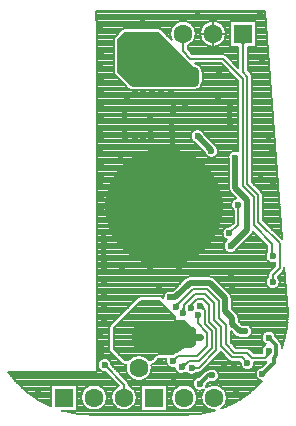
<source format=gbl>
G04*
G04 #@! TF.GenerationSoftware,Altium Limited,Altium Designer,18.1.7 (191)*
G04*
G04 Layer_Physical_Order=2*
G04 Layer_Color=16711680*
%FSLAX24Y24*%
%MOIN*%
G70*
G01*
G75*
%ADD12C,0.0079*%
%ADD48C,0.0118*%
%ADD49C,0.0197*%
%ADD62C,0.0630*%
%ADD63R,0.0630X0.0630*%
%ADD64C,0.0236*%
%ADD65C,0.3937*%
G04:AMPARAMS|DCode=66|XSize=66.9mil|YSize=236.2mil|CornerRadius=16.7mil|HoleSize=0mil|Usage=FLASHONLY|Rotation=90.000|XOffset=0mil|YOffset=0mil|HoleType=Round|Shape=RoundedRectangle|*
%AMROUNDEDRECTD66*
21,1,0.0669,0.2028,0,0,90.0*
21,1,0.0335,0.2362,0,0,90.0*
1,1,0.0335,0.1014,0.0167*
1,1,0.0335,0.1014,-0.0167*
1,1,0.0335,-0.1014,-0.0167*
1,1,0.0335,-0.1014,0.0167*
%
%ADD66ROUNDEDRECTD66*%
G04:AMPARAMS|DCode=67|XSize=70.9mil|YSize=216.5mil|CornerRadius=17.7mil|HoleSize=0mil|Usage=FLASHONLY|Rotation=90.000|XOffset=0mil|YOffset=0mil|HoleType=Round|Shape=RoundedRectangle|*
%AMROUNDEDRECTD67*
21,1,0.0709,0.1811,0,0,90.0*
21,1,0.0354,0.2165,0,0,90.0*
1,1,0.0354,0.0906,0.0177*
1,1,0.0354,0.0906,-0.0177*
1,1,0.0354,-0.0906,-0.0177*
1,1,0.0354,-0.0906,0.0177*
%
%ADD67ROUNDEDRECTD67*%
%ADD68C,0.0236*%
G36*
X73083Y27156D02*
X73076Y27154D01*
X73070Y27150D01*
X73065Y27144D01*
X73061Y27137D01*
X73057Y27128D01*
X73055Y27118D01*
X73053Y27106D01*
X73052Y27093D01*
X73051Y27078D01*
X72972D01*
X72972Y27093D01*
X72971Y27106D01*
X72969Y27118D01*
X72966Y27128D01*
X72963Y27137D01*
X72958Y27144D01*
X72953Y27150D01*
X72947Y27154D01*
X72941Y27156D01*
X72933Y27157D01*
X73091D01*
X73083Y27156D01*
D02*
G37*
G36*
X71466Y26261D02*
X71467Y25856D01*
X70236Y25719D01*
X69285D01*
X68823Y26181D01*
Y27293D01*
X69071Y27542D01*
X70185D01*
X71466Y26261D01*
D02*
G37*
G36*
X71386Y18485D02*
X71378Y18476D01*
X71371Y18468D01*
X71366Y18459D01*
X71362Y18451D01*
X71360Y18442D01*
X71359Y18434D01*
X71360Y18425D01*
X71362Y18417D01*
X71365Y18408D01*
X71369Y18400D01*
X71214Y18441D01*
X71221Y18445D01*
X71229Y18450D01*
X71247Y18464D01*
X71268Y18482D01*
X71319Y18530D01*
X71386Y18485D01*
D02*
G37*
G36*
X70915Y18483D02*
X70908Y18475D01*
X70901Y18466D01*
X70895Y18457D01*
X70891Y18448D01*
X70887Y18439D01*
X70885Y18429D01*
X70883Y18418D01*
X70883Y18408D01*
X70883Y18397D01*
X70884Y18385D01*
X70751Y18483D01*
X70763Y18485D01*
X70775Y18488D01*
X70786Y18491D01*
X70796Y18495D01*
X70807Y18499D01*
X70816Y18504D01*
X70826Y18510D01*
X70834Y18516D01*
X70843Y18522D01*
X70850Y18530D01*
X70915Y18483D01*
D02*
G37*
G36*
X71703Y18392D02*
X71704Y18381D01*
X71706Y18370D01*
X71709Y18359D01*
X71712Y18349D01*
X71716Y18339D01*
X71721Y18330D01*
X71727Y18321D01*
X71734Y18313D01*
X71741Y18305D01*
X71686Y18249D01*
X71678Y18256D01*
X71669Y18263D01*
X71660Y18269D01*
X71651Y18274D01*
X71641Y18278D01*
X71631Y18282D01*
X71620Y18284D01*
X71609Y18286D01*
X71598Y18287D01*
X71586Y18287D01*
X71703Y18404D01*
X71703Y18392D01*
D02*
G37*
G36*
X71073Y18316D02*
X71073Y18306D01*
X71074Y18295D01*
X71076Y18285D01*
X71078Y18274D01*
X71081Y18264D01*
X71084Y18253D01*
X71089Y18243D01*
X71099Y18221D01*
X71105Y18211D01*
X70945Y18252D01*
X70954Y18258D01*
X70963Y18264D01*
X70970Y18272D01*
X70976Y18279D01*
X70982Y18288D01*
X70986Y18297D01*
X70990Y18306D01*
X70992Y18316D01*
X70994Y18327D01*
X70994Y18338D01*
X71073Y18316D01*
D02*
G37*
G36*
X73938Y16814D02*
X73846Y16713D01*
X73772Y16751D01*
X73780Y16759D01*
X73787Y16768D01*
X73792Y16776D01*
X73795Y16784D01*
X73797Y16791D01*
X73798Y16799D01*
X73797Y16806D01*
X73795Y16812D01*
X73791Y16819D01*
X73785Y16825D01*
X73938Y16814D01*
D02*
G37*
G36*
X71131Y16437D02*
X71124Y16430D01*
X71117Y16421D01*
X71111Y16413D01*
X71105Y16404D01*
X71100Y16394D01*
X71095Y16384D01*
X71090Y16374D01*
X71082Y16351D01*
X71079Y16340D01*
X70995Y16482D01*
X71006Y16480D01*
X71017Y16478D01*
X71027Y16478D01*
X71037Y16479D01*
X71047Y16481D01*
X71056Y16484D01*
X71065Y16489D01*
X71074Y16494D01*
X71083Y16501D01*
X71091Y16508D01*
X71131Y16437D01*
D02*
G37*
D12*
X72445Y27470D02*
G03*
X72445Y27470I-433J0D01*
G01*
X72444Y26755D02*
G03*
X72333Y26801I-111J-111D01*
G01*
X72444Y26755D02*
G03*
X72333Y26801I-112J-111D01*
G01*
X73317Y26040D02*
G03*
X73271Y26151I-157J0D01*
G01*
X73317Y26040D02*
G03*
X73271Y26151I-157J0D01*
G01*
X72844Y23565D02*
G03*
X72539Y23252I-89J-219D01*
G01*
Y22323D02*
G03*
X72603Y22170I217J0D01*
G01*
X73681Y22084D02*
G03*
X73635Y22195I-157J0D01*
G01*
X73681Y22084D02*
G03*
X73635Y22196I-157J0D01*
G01*
X73303Y20792D02*
G03*
X73354Y20872I-153J153D01*
G01*
X73302Y20791D02*
G03*
X73354Y20872I-153J153D01*
G01*
X72785Y21988D02*
G03*
X72697Y21586I69J-226D01*
G01*
X72539Y22323D02*
G03*
X72603Y22169I217J0D01*
G01*
X72195Y23563D02*
G03*
X72127Y23729I-236J0D01*
G01*
X71727Y23518D02*
G03*
X72195Y23563I232J45D01*
G01*
X74344Y19544D02*
G03*
X74390Y19656I-111J111D01*
G01*
X74343Y19544D02*
G03*
X74390Y19656I-111J112D01*
G01*
X73895Y19540D02*
G03*
X73848Y19429I111J-111D01*
G01*
X73895Y19541D02*
G03*
X73848Y19429I111J-112D01*
G01*
X74242Y19193D02*
G03*
X74166Y19367I-236J0D01*
G01*
X73848Y19369D02*
G03*
X74242Y19193I157J-176D01*
G01*
X73819Y20215D02*
G03*
X74075Y19836I177J-156D01*
G01*
X74301Y17087D02*
G03*
X74249Y17212I-177J0D01*
G01*
X74104Y17357D02*
G03*
X73774Y17126I-236J-15D01*
G01*
X74301Y17087D02*
G03*
X74249Y17212I-177J0D01*
G01*
X74301Y16989D02*
G03*
X74507Y18150I-3169J1161D01*
G01*
X73774Y17126D02*
G03*
X73645Y16831I94J-217D01*
G01*
X73750Y16516D02*
G03*
X73804Y16525I0J157D01*
G01*
X73750Y16516D02*
G03*
X73804Y16525I0J157D01*
G01*
X73647Y16368D02*
G03*
X73645Y15896I15J-236D01*
G01*
X72271Y14972D02*
G03*
X73645Y15896I-1139J3177D01*
G01*
X73317Y17549D02*
G03*
X72991Y17768I-236J0D01*
G01*
X72875Y17981D02*
G03*
X72812Y18134I-217J0D01*
G01*
X72875Y17981D02*
G03*
X72811Y18135I-217J0D01*
G01*
X72986Y17333D02*
G03*
X73317Y17549I94J217D01*
G01*
X73251Y16952D02*
G03*
X73139Y16998I-112J-111D01*
G01*
X73251Y16952D02*
G03*
X73139Y16998I-111J-111D01*
G01*
X72750Y17396D02*
G03*
X72904Y17333I153J153D01*
G01*
X72750Y17396D02*
G03*
X72904Y17333I153J153D01*
G01*
X72638Y18655D02*
G03*
X72574Y18808I-217J0D01*
G01*
X72476Y20596D02*
G03*
X72818Y20307I122J-202D01*
G01*
X72572Y21053D02*
G03*
X72476Y20596I-13J-236D01*
G01*
X72056Y19326D02*
G03*
X71903Y19390I-153J-153D01*
G01*
X72056Y19326D02*
G03*
X71903Y19390I-153J-153D01*
G01*
X72638Y18655D02*
G03*
X72574Y18808I-217J0D01*
G01*
X72547Y16572D02*
G03*
X72659Y16526I112J111D01*
G01*
X72547Y16572D02*
G03*
X72659Y16526I111J111D01*
G01*
X72237Y16814D02*
G03*
X72266Y16853I-111J111D01*
G01*
X72237Y16814D02*
G03*
X72266Y16853I-111J112D01*
G01*
X72924Y16499D02*
G03*
X73396Y16486I236J-13D01*
G01*
X71884Y15866D02*
G03*
X72215Y16083I94J217D01*
G01*
X72271Y14972D02*
G03*
X72482Y15344I-221J372D01*
G01*
X72215Y16083D02*
G03*
X71819Y16257I-236J0D01*
G01*
D02*
G03*
X71725Y16208I31J-174D01*
G01*
X71819Y16257D02*
G03*
X71725Y16208I31J-174D01*
G01*
X71530Y16171D02*
G03*
X71641Y16217I0J157D01*
G01*
X71530Y16171D02*
G03*
X71641Y16218I0J157D01*
G01*
X71772Y15677D02*
G03*
X71811Y15792I-197J130D01*
G01*
X72482Y15344D02*
G03*
X71772Y15677I-433J0D01*
G01*
X71709Y15613D02*
G03*
X72090Y14913I340J-268D01*
G01*
X71378Y25581D02*
G03*
X71663Y25866I0J285D01*
G01*
X71716Y24141D02*
G03*
X71410Y23835I-220J-86D01*
G01*
X71169Y27067D02*
G03*
X71445Y27470I-157J403D01*
G01*
D02*
G03*
X70629Y27267I-433J0D01*
G01*
X71663Y26201D02*
G03*
X71413Y26484I-285J0D01*
G01*
X71243Y19390D02*
G03*
X71090Y19326I0J-217D01*
G01*
X71243Y19390D02*
G03*
X71090Y19326I0J-217D01*
G01*
X70333Y18684D02*
G03*
X70222Y18730I-111J-111D01*
G01*
X69096Y25737D02*
G03*
X69350Y25581I255J129D01*
G01*
X69612Y18730D02*
G03*
X69500Y18684I0J-157D01*
G01*
X70668Y18904D02*
G03*
X70355Y18662I-78J-223D01*
G01*
X70333Y18684D02*
G03*
X70222Y18730I-112J-111D01*
G01*
X70200Y16628D02*
G03*
X70228Y16643I-60J146D01*
G01*
X70200Y16628D02*
G03*
X70228Y16643I-60J146D01*
G01*
X70200Y16628D02*
G03*
X70157Y16585I30J-73D01*
G01*
X70122Y16533D02*
G03*
X70157Y16585I-111J111D01*
G01*
X70122Y16533D02*
G03*
X70157Y16585I-111J112D01*
G01*
X70457Y16643D02*
G03*
X70731Y16334I223J-78D01*
G01*
D02*
G03*
X71114Y16185I234J34D01*
G01*
D02*
G03*
X71477Y16171I187J144D01*
G01*
X71560Y16043D02*
G03*
X71709Y15613I15J-236D01*
G01*
X69961Y16437D02*
G03*
X70072Y16483I0J157D01*
G01*
X69961Y16437D02*
G03*
X70072Y16483I0J157D01*
G01*
X69612Y18730D02*
G03*
X69500Y18684I0J-157D01*
G01*
X69970Y16329D02*
G03*
X69957Y16437I-433J0D01*
G01*
X69970Y16329D02*
G03*
X69957Y16437I-433J0D01*
G01*
X69118D02*
G03*
X69970Y16329I419J-108D01*
G01*
X69118Y16437D02*
G03*
X69970Y16329I419J-108D01*
G01*
X71482Y15344D02*
G03*
X71482Y15344I-433J0D01*
G01*
X71132Y14774D02*
G03*
X72090Y14913I0J3375D01*
G01*
X69205Y15776D02*
G03*
X69158Y15887I-157J0D01*
G01*
X69205Y15776D02*
G03*
X69159Y15887I-157J0D01*
G01*
X69480Y15344D02*
G03*
X69205Y15748I-433J0D01*
G01*
X68863Y15737D02*
G03*
X69480Y15344I184J-392D01*
G01*
X68589Y17773D02*
G03*
X68543Y17662I111J-111D01*
G01*
Y16959D02*
G03*
X68589Y16847I157J0D01*
G01*
X68590Y17773D02*
G03*
X68543Y17662I111J-112D01*
G01*
Y16959D02*
G03*
X68590Y16847I157J0D01*
G01*
X68953Y16483D02*
G03*
X69065Y16437I112J111D01*
G01*
X68954Y16483D02*
G03*
X69065Y16437I111J111D01*
G01*
X68632Y16427D02*
G03*
X68409Y16191I-236J0D01*
G01*
X65187Y16201D02*
G03*
X66614Y15047I2756J1949D01*
G01*
X68480Y15344D02*
G03*
X68480Y15344I-433J0D01*
G01*
X66991Y14911D02*
G03*
X67943Y14774I952J3238D01*
G01*
X70800Y16875D02*
G03*
X70726Y16834I37J-153D01*
G01*
X70800Y16875D02*
G03*
X70726Y16834I37J-153D01*
G01*
X70140Y16774D02*
G03*
X70011Y16645I90J-219D01*
G01*
X69879Y16594D02*
G03*
X69195Y16594I-342J-266D01*
G01*
X69879D02*
G03*
X69195Y16594I-342J-266D01*
G01*
X73445Y27165D02*
X73823D01*
X73445Y27087D02*
X73829D01*
X73317Y25984D02*
X73912D01*
X73317Y25827D02*
X73924D01*
X73317Y25748D02*
X73930D01*
X73317Y25905D02*
X73918D01*
X73445Y27480D02*
X73799D01*
X73445Y27402D02*
X73805D01*
X73445Y27559D02*
X73793D01*
X73445Y27244D02*
X73817D01*
X73445Y27323D02*
X73811D01*
X73317Y24567D02*
X74020D01*
X73317Y24488D02*
X74026D01*
X73317Y24646D02*
X74014D01*
X73317Y24331D02*
X74038D01*
X73317Y24173D02*
X74050D01*
X73317Y24409D02*
X74032D01*
X73317Y25591D02*
X73942D01*
X73317Y25512D02*
X73948D01*
X73317Y25669D02*
X73936D01*
X73317Y25354D02*
X73960D01*
X73317Y25433D02*
X73954D01*
X73169Y26535D02*
X73870D01*
X73169Y26457D02*
X73876D01*
X73169Y26614D02*
X73864D01*
X73169Y26299D02*
X73888D01*
X73201Y26220D02*
X73894D01*
X73169Y26378D02*
X73882D01*
X73169Y26929D02*
X73840D01*
X73169Y26850D02*
X73846D01*
X73169Y27008D02*
X73835D01*
X73169Y26693D02*
X73858D01*
X73169Y26772D02*
X73852D01*
X73317Y24961D02*
X73990D01*
X73317Y24882D02*
X73996D01*
X73317Y25039D02*
X73984D01*
X73317Y24724D02*
X74008D01*
X73317Y24252D02*
X74044D01*
X73317Y24803D02*
X74002D01*
X73315Y26063D02*
X73906D01*
X73317Y25276D02*
X73966D01*
X73279Y26142D02*
X73900D01*
X73317Y25118D02*
X73978D01*
X73317Y25197D02*
X73972D01*
X73681Y21968D02*
X74217D01*
X73681Y21890D02*
X74223D01*
X73681Y22047D02*
X74211D01*
X73681Y21732D02*
X74235D01*
X73681Y21653D02*
X74241D01*
X73681Y21811D02*
X74229D01*
X73468Y22362D02*
X74187D01*
X73547Y22283D02*
X74193D01*
X73389Y22441D02*
X74181D01*
X73675Y22126D02*
X74205D01*
X73626Y22205D02*
X74199D01*
X73835Y21102D02*
X74283D01*
X73914Y21024D02*
X74289D01*
X73756Y21181D02*
X74277D01*
X74071Y20866D02*
X74301D01*
X74150Y20787D02*
X74307D01*
X73992Y20945D02*
X74295D01*
X73681Y21496D02*
X74253D01*
X73681Y21417D02*
X74259D01*
X73681Y21575D02*
X74247D01*
X73681Y21260D02*
X74271D01*
X73681Y21339D02*
X74265D01*
X73317Y23622D02*
X74092D01*
X73317Y23543D02*
X74098D01*
X73317Y23701D02*
X74086D01*
X73317Y23386D02*
X74110D01*
X73317Y23307D02*
X74116D01*
X73317Y23465D02*
X74104D01*
X73317Y24016D02*
X74062D01*
X73317Y23937D02*
X74068D01*
X73317Y24094D02*
X74056D01*
X73317Y23779D02*
X74080D01*
X73317Y23858D02*
X74074D01*
X73317Y22756D02*
X74157D01*
X73317Y22677D02*
X74163D01*
X73317Y22835D02*
X74152D01*
X73317Y22520D02*
X74175D01*
X73317Y22598D02*
X74169D01*
X73317Y23150D02*
X74128D01*
X73317Y23071D02*
X74134D01*
X73317Y23228D02*
X74122D01*
X73317Y22913D02*
X74146D01*
X73317Y22992D02*
X74140D01*
X73445Y27874D02*
X73769D01*
X73445Y27795D02*
X73775D01*
X73445Y27037D02*
Y27904D01*
Y27716D02*
X73781D01*
X73445Y27638D02*
X73787D01*
X73169Y27037D02*
X73445D01*
X72579Y27904D02*
X73445D01*
X72445Y27480D02*
X72579D01*
X72436Y27559D02*
X72579D01*
Y27037D02*
X72854D01*
X72439Y27402D02*
X72579D01*
X72854Y26345D02*
Y27037D01*
X73169Y26253D02*
Y27037D01*
X72444Y26755D02*
X72854Y26345D01*
X72821Y26378D02*
X72854D01*
X73169Y26253D02*
X73271Y26151D01*
X72742Y26457D02*
X72854D01*
X72579Y27037D02*
Y27904D01*
X72506Y26693D02*
X72854D01*
X72425Y26772D02*
X72854D01*
X72664Y26535D02*
X72854D01*
X72585Y26614D02*
X72854D01*
X72298Y27795D02*
X72579D01*
X72368Y27716D02*
X72579D01*
X72169Y27874D02*
X72579D01*
X72411Y27638D02*
X72579D01*
X72419Y27323D02*
X72579D01*
X72381Y27244D02*
X72579D01*
X72012Y27470D02*
X72406D01*
X72012D02*
Y27864D01*
X71445Y27480D02*
X71579D01*
X71618Y27470D02*
X72012D01*
X71439Y27402D02*
X71584D01*
X72319Y27165D02*
X72579D01*
X72212Y27087D02*
X72579D01*
X71663Y26220D02*
X72533D01*
X72267Y26486D02*
X72844Y25909D01*
X71646Y26299D02*
X72455D01*
X72012Y27077D02*
Y27470D01*
X71602Y26378D02*
X72376D01*
X71504Y26457D02*
X72297D01*
X73317Y22513D02*
Y26040D01*
X72844Y23565D02*
Y25909D01*
X73317Y22513D02*
X73635Y22196D01*
X72187Y23622D02*
X72844D01*
X72194Y23543D02*
X72625D01*
X72173Y23465D02*
X72551D01*
X72539Y22323D02*
Y23252D01*
X73681Y21256D02*
Y22084D01*
X73298Y20787D02*
X73439D01*
X72603Y22169D02*
X72785Y21988D01*
X72697Y21177D02*
Y21586D01*
X72572Y21053D02*
X72697Y21177D01*
X71663Y25905D02*
X72844D01*
X71661Y25827D02*
X72844D01*
X71638Y25748D02*
X72844D01*
X71627Y24252D02*
X72844D01*
X71701Y24173D02*
X72844D01*
X71585Y25669D02*
X72844D01*
X71663Y26142D02*
X72612D01*
X71663Y26063D02*
X72691D01*
X71663Y25866D02*
Y26201D01*
Y25984D02*
X72769D01*
X71452Y25591D02*
X72844D01*
X71842Y24016D02*
X72844D01*
X71920Y23937D02*
X72844D01*
X71763Y24094D02*
X72844D01*
X72078Y23779D02*
X72844D01*
X71999Y23858D02*
X72844D01*
X72151Y23701D02*
X72844D01*
X71716Y24141D02*
X72111Y23746D01*
X72115Y23386D02*
X72523D01*
X74390Y19656D02*
Y19698D01*
X74229Y20709D02*
X74313D01*
X74327Y19528D02*
X74403D01*
X74248Y19449D02*
X74409D01*
X74075Y19721D02*
Y19836D01*
X73895Y19541D02*
X74075Y19721D01*
X73819Y20215D02*
Y20407D01*
X74241Y19213D02*
X74427D01*
X74390Y19698D02*
X74507Y18153D01*
X74221Y19291D02*
X74421D01*
X74235Y19134D02*
X74433D01*
X74198Y19055D02*
X74439D01*
X74100Y18976D02*
X74445D01*
X74170Y19370D02*
X74415D01*
X74166Y19367D02*
X74343Y19544D01*
X73848Y19369D02*
Y19429D01*
X73681Y21256D02*
X74320Y20617D01*
X73743Y28219D02*
X74320Y20617D01*
X73354Y20872D02*
X73819Y20407D01*
X72905Y20394D02*
X73819D01*
X71993Y19370D02*
X73848D01*
X73062Y20551D02*
X73675D01*
X72983Y20472D02*
X73754D01*
X72826Y20315D02*
X73819D01*
X72774Y20236D02*
X73819D01*
X72091Y19291D02*
X73791D01*
X72620Y18740D02*
X74463D01*
X72638Y18661D02*
X74469D01*
X72563Y18819D02*
X74457D01*
X72638Y18504D02*
X74480D01*
X72638Y18425D02*
X74486D01*
X72638Y18583D02*
X74475D01*
X72248Y19134D02*
X73777D01*
X72327Y19055D02*
X73814D01*
X72170Y19213D02*
X73770D01*
X72484Y18898D02*
X74451D01*
X72406Y18976D02*
X73912D01*
X74060Y17480D02*
X74440D01*
X74097Y17402D02*
X74423D01*
X73963Y17559D02*
X74455D01*
X74217Y17244D02*
X74383D01*
X74283Y17165D02*
X74360D01*
X74138Y17323D02*
X74404D01*
X74104Y17357D02*
X74249Y17212D01*
X74301Y17087D02*
X74335D01*
X74301Y16989D02*
Y17087D01*
X73647Y16368D02*
X73804Y16525D01*
X73394Y16516D02*
X73750D01*
X73394Y16457D02*
X73736D01*
X73372Y16831D02*
X73645D01*
X73369Y16378D02*
X73657D01*
X72757Y18189D02*
X74504D01*
X72832Y18110D02*
X74507D01*
X72678Y18268D02*
X74498D01*
X72875Y17953D02*
X74501D01*
X72885Y17874D02*
X74496D01*
X72869Y18031D02*
X74505D01*
X72964Y17795D02*
X74488D01*
X73247Y17716D02*
X74479D01*
X72638Y18346D02*
X74492D01*
X73317Y17559D02*
X73774D01*
X73300Y17638D02*
X74468D01*
X73307Y17480D02*
X73676D01*
X72622Y17165D02*
X73712D01*
X72598Y17244D02*
X73653D01*
X72779Y17008D02*
X73653D01*
X72701Y17087D02*
X73712D01*
X73265Y17402D02*
X73639D01*
X73273Y16929D02*
X73633D01*
X73148Y17323D02*
X73633D01*
X73352Y16850D02*
X73639D01*
X73220Y20709D02*
X73517D01*
X73141Y20630D02*
X73596D01*
X72818Y20307D02*
X73302Y20791D01*
X72875Y17884D02*
X72991Y17768D01*
X72638Y18308D02*
X72811Y18135D01*
X72638Y18308D02*
Y18655D01*
X72875Y17884D02*
Y17981D01*
X72598Y17548D02*
X72750Y17396D01*
X72904Y17333D02*
X72986D01*
X73251Y16952D02*
X73372Y16831D01*
X72789Y16998D02*
X73139D01*
X72598Y17189D02*
Y17548D01*
X72897Y16526D02*
X72924Y16499D01*
X72659Y16526D02*
X72897D01*
X72598Y17480D02*
X72666D01*
X72598Y17323D02*
X73013D01*
X72598Y17189D02*
X72789Y16998D01*
X72598Y17402D02*
X72745D01*
X72056Y19326D02*
X72574Y18808D01*
X72266Y16853D02*
X72547Y16572D01*
X72038Y16614D02*
X72505D01*
X71959Y16535D02*
X72604D01*
X71641Y16218D02*
X72237Y16814D01*
X72195Y16772D02*
X72347D01*
X72116Y16693D02*
X72426D01*
X73304Y16299D02*
X73495D01*
X72214Y16063D02*
X73435D01*
X72170Y16220D02*
X73442D01*
X72193Y15984D02*
X73477D01*
X72135Y15905D02*
X73594D01*
X71845Y15827D02*
X73581D01*
X72073Y16299D02*
X73015D01*
X71880Y16457D02*
X72925D01*
X72207Y16142D02*
X73425D01*
X72336Y15669D02*
X73421D01*
X72406Y15591D02*
X73333D01*
X72206Y15748D02*
X73503D01*
X72473Y15433D02*
X73135D01*
X72482Y15354D02*
X73024D01*
X72449Y15512D02*
X73238D01*
X72477Y15276D02*
X72902D01*
X72456Y15197D02*
X72767D01*
X72418Y15118D02*
X72616D01*
X72357Y15039D02*
X72443D01*
X71801Y16378D02*
X72950D01*
X71723Y16299D02*
X71884D01*
X71644Y16220D02*
X71739D01*
X71560Y16043D02*
X71725Y16208D01*
X71477Y16171D02*
X71530D01*
X71446Y16142D02*
X71659D01*
X71811Y15792D02*
X71884Y15866D01*
X71804Y15748D02*
X71892D01*
X71473Y15433D02*
X71625D01*
X71482Y15354D02*
X71616D01*
X71449Y15512D02*
X71650D01*
X71477Y15276D02*
X71622D01*
X71456Y15197D02*
X71642D01*
X71197Y26929D02*
X72854D01*
X71276Y26850D02*
X72854D01*
X71169Y27008D02*
X72854D01*
X71325Y26801D02*
X72333D01*
X71410Y26486D02*
X72267D01*
X68154Y25512D02*
X72844D01*
X71298Y27795D02*
X71725D01*
X71319Y27165D02*
X71705D01*
X71169Y27874D02*
X71854D01*
X71212Y27087D02*
X71811D01*
X68154Y25354D02*
X72844D01*
X68154Y25276D02*
X72844D01*
X68154Y25433D02*
X72844D01*
X68154Y25118D02*
X72844D01*
X68154Y25039D02*
X72844D01*
X68154Y25197D02*
X72844D01*
X68154Y24882D02*
X72844D01*
X68154Y24961D02*
X72844D01*
X71410Y23835D02*
X71727Y23518D01*
X68154Y23307D02*
X72523D01*
X68121Y28189D02*
X73745D01*
X68121Y28110D02*
X73751D01*
X68121Y28219D02*
X73743D01*
X68122Y27953D02*
X73763D01*
X68154Y24803D02*
X72844D01*
X68122Y28031D02*
X73757D01*
X68154Y24646D02*
X72844D01*
X68154Y24567D02*
X72844D01*
X68154Y24724D02*
X72844D01*
X68154Y24409D02*
X72844D01*
X68154Y24488D02*
X72844D01*
X68154Y23228D02*
X72539D01*
X68154Y23150D02*
X72539D01*
X68154Y24331D02*
X72844D01*
X68154Y23071D02*
X72539D01*
X68154Y22835D02*
X72539D01*
X68154Y22756D02*
X72539D01*
X68154Y23465D02*
X71744D01*
X68154Y23386D02*
X71802D01*
X68154Y23543D02*
X71702D01*
X68154Y22913D02*
X72539D01*
X68154Y22992D02*
X72539D01*
X68154Y20630D02*
X72415D01*
X68154Y20551D02*
X72422D01*
X68154Y21024D02*
X72445D01*
X68154Y20315D02*
X72376D01*
X68154Y20236D02*
X72422D01*
X68154Y20472D02*
X72376D01*
X68154Y20866D02*
X72328D01*
X68154Y20787D02*
X72325D01*
X68154Y20945D02*
X72360D01*
X68154Y20394D02*
X72362D01*
X68154Y20709D02*
X72349D01*
X68154Y19764D02*
X74075D01*
X68154Y19685D02*
X74039D01*
X68154Y19842D02*
X73902D01*
X68154Y19528D02*
X73883D01*
X68154Y19449D02*
X73850D01*
X68154Y19606D02*
X73960D01*
X68154Y20079D02*
X73761D01*
X68154Y20000D02*
X73767D01*
X68154Y20157D02*
X73781D01*
X71243Y19390D02*
X71903D01*
X68154Y19921D02*
X73804D01*
X68154Y22205D02*
X72574D01*
X68154Y22126D02*
X72647D01*
X68154Y22283D02*
X72543D01*
X68154Y21968D02*
X72740D01*
X68154Y21890D02*
X72656D01*
X68154Y22047D02*
X72725D01*
X68154Y22598D02*
X72539D01*
X68154Y22520D02*
X72539D01*
X68154Y22677D02*
X72539D01*
X68154Y22362D02*
X72539D01*
X68154Y22441D02*
X72539D01*
X68154Y21496D02*
X72697D01*
X68154Y21417D02*
X72697D01*
X68154Y21575D02*
X72697D01*
X68154Y21181D02*
X72697D01*
X68154Y21339D02*
X72697D01*
X68154Y21732D02*
X72620D01*
X68154Y21653D02*
X72644D01*
X68154Y21811D02*
X72623D01*
X68154Y21102D02*
X72622D01*
X68154Y21260D02*
X72697D01*
X71368Y27716D02*
X71655D01*
X71411Y27638D02*
X71612D01*
X70254D02*
X70612D01*
X71436Y27559D02*
X71588D01*
X70416Y27480D02*
X70579D01*
X70338Y27559D02*
X70588D01*
X69071Y27662D02*
X70185D01*
X70185Y27662D02*
X70231Y27653D01*
X69025D02*
X69071Y27662D01*
X70231Y27653D02*
X70270Y27627D01*
X68986D02*
X69025Y27653D01*
X71419Y27323D02*
X71605D01*
X71381Y27244D02*
X71643D01*
X71169Y26957D02*
Y27067D01*
Y26957D02*
X71325Y26801D01*
X70495Y27402D02*
X70584D01*
X70270Y27627D02*
X70629Y27267D01*
X68737Y27378D02*
X68986Y27627D01*
X70574Y27323D02*
X70605D01*
X68711Y27339D02*
X68737Y27378D01*
X68154Y27795D02*
X70725D01*
X68154Y27716D02*
X70655D01*
X68154Y27874D02*
X70854D01*
X68154Y27559D02*
X68918D01*
X68154Y27480D02*
X68839D01*
X68154Y27638D02*
X69002D01*
X68122Y27921D02*
X68154D01*
Y27402D02*
X68760D01*
X68121Y28219D02*
X68122Y27921D01*
X68702Y27293D02*
X68711Y27339D01*
X68154Y27323D02*
X68708D01*
X68154Y26850D02*
X68702D01*
Y26181D02*
Y27293D01*
X68154Y26772D02*
X68702D01*
X68154Y26614D02*
X68702D01*
X68154Y26693D02*
X68702D01*
X68154Y27165D02*
X68702D01*
X68154Y27087D02*
X68702D01*
X68154Y27244D02*
X68702D01*
X68154Y26929D02*
X68702D01*
X68154Y27008D02*
X68702D01*
X68711Y26135D02*
X68737Y26096D01*
X68702Y26181D02*
X68711Y26135D01*
X68154Y25827D02*
X69006D01*
X68154Y25748D02*
X69085D01*
X68154Y25905D02*
X68928D01*
X68154Y26457D02*
X68702D01*
X68154Y26299D02*
X68702D01*
X68154Y26535D02*
X68702D01*
X68154Y26142D02*
X68710D01*
X68154Y26220D02*
X68702D01*
X69350Y25581D02*
X71378D01*
X70668Y18904D02*
X71090Y19326D01*
X69612Y18730D02*
X70222D01*
X68737Y26096D02*
X69096Y25737D01*
X68154Y25669D02*
X69144D01*
X68154Y25591D02*
X69276D01*
X68154Y24173D02*
X71291D01*
X68154Y23937D02*
X71292D01*
X68154Y24252D02*
X71365D01*
X68154Y23779D02*
X71465D01*
X68154Y23701D02*
X71544D01*
X68154Y23858D02*
X71366D01*
X68154Y26063D02*
X68770D01*
X68154Y25984D02*
X68849D01*
X68154Y26378D02*
X68702D01*
X68154Y24016D02*
X71263D01*
X68154Y24094D02*
X71263D01*
X68154Y23622D02*
X71623D01*
X68154Y19370D02*
X71153D01*
X68154Y19291D02*
X71055D01*
X68154Y19134D02*
X70898D01*
X68154Y19213D02*
X70976D01*
X68154Y18976D02*
X70740D01*
X68154Y18898D02*
X70496D01*
X68154Y19055D02*
X70819D01*
X68154Y18740D02*
X70362D01*
X68154Y18819D02*
X70399D01*
X70333Y18684D02*
X70355Y18662D01*
X70228Y16643D02*
X70457D01*
X70177Y16614D02*
X70449D01*
X70124Y16535D02*
X70446D01*
X69969Y16299D02*
X70739D01*
X71032Y16142D02*
X71157D01*
X70072Y16483D02*
X70122Y16533D01*
X70037Y16457D02*
X70470D01*
X69968Y16378D02*
X70536D01*
X68590Y17773D02*
X69500Y18684D01*
X68154Y18661D02*
X69478D01*
X69957Y16220D02*
X70780D01*
X68154Y18504D02*
X69320D01*
X68154Y18425D02*
X69241D01*
X68154Y18583D02*
X69399D01*
X69065Y16437D02*
X69118D01*
X68154Y18346D02*
X69163D01*
X69928Y16142D02*
X70897D01*
X69879Y16063D02*
X71580D01*
X69800Y15984D02*
X71419D01*
X69629Y15905D02*
X71360D01*
X68825Y16220D02*
X69118D01*
X68904Y16142D02*
X69147D01*
X68632Y16414D02*
X69158Y15887D01*
X69061Y15984D02*
X69275D01*
X68983Y16063D02*
X69195D01*
X71206Y15748D02*
X71346D01*
X71336Y15669D02*
X71383D01*
X70482Y15748D02*
X70892D01*
X70482Y15669D02*
X70763D01*
X71406Y15591D02*
X71480D01*
X70482D02*
X70693D01*
X70482Y15512D02*
X70650D01*
X70482Y15433D02*
X70625D01*
X69616Y15778D02*
X70482D01*
Y15276D02*
X70622D01*
X70482Y15354D02*
X70616D01*
X71418Y15118D02*
X71680D01*
X71357Y15039D02*
X71742D01*
X71250Y14961D02*
X71849D01*
X70482D02*
X70849D01*
X70482Y15197D02*
X70642D01*
X70482Y15118D02*
X70680D01*
X70482Y14911D02*
Y15778D01*
Y15039D02*
X70742D01*
X69616Y14911D02*
X70482D01*
X69205Y15748D02*
X69616D01*
X69334Y15669D02*
X69616D01*
X69196Y15827D02*
X71339D01*
X69471Y15433D02*
X69616D01*
X69480Y15354D02*
X69616D01*
X69404Y15591D02*
X69616D01*
X69140Y15905D02*
X69446D01*
X69447Y15512D02*
X69616D01*
X69454Y15197D02*
X69616D01*
X69416Y15118D02*
X69616D01*
X67098Y14882D02*
X71977D01*
X67959Y14774D02*
X71116D01*
X67504Y14803D02*
X71571D01*
X69475Y15276D02*
X69616D01*
Y14911D02*
Y15778D01*
X69355Y15039D02*
X69616D01*
X69248Y14961D02*
X69616D01*
X68158Y16693D02*
X68744D01*
X68158Y16772D02*
X68665D01*
X68157Y17008D02*
X68543D01*
Y16959D02*
Y17662D01*
X68157Y17087D02*
X68543D01*
X68157Y16850D02*
X68586D01*
X68157Y16929D02*
X68546D01*
X68590Y16847D02*
X68953Y16483D01*
X68668Y16378D02*
X69107D01*
X68746Y16299D02*
X69105D01*
X68630Y16457D02*
X68989D01*
X68540Y16614D02*
X68823D01*
X68158D02*
X68251D01*
X68606Y16535D02*
X68901D01*
X68159Y16299D02*
X68197D01*
X68154Y18189D02*
X69005D01*
X68154Y18110D02*
X68927D01*
X68154Y18268D02*
X69084D01*
X68154Y17953D02*
X68769D01*
X68154Y17874D02*
X68690D01*
X68154Y18031D02*
X68848D01*
X68154Y17795D02*
X68612D01*
X68155Y17716D02*
X68553D01*
X68154Y17834D02*
X68154Y27921D01*
X68155Y17559D02*
X68543D01*
X68155Y17638D02*
X68543D01*
X68156Y17402D02*
X68543D01*
X68156Y17323D02*
X68543D01*
X68155Y17480D02*
X68543D01*
X68156Y17165D02*
X68543D01*
X68156Y17244D02*
X68543D01*
X68154Y17834D02*
X68159Y16240D01*
X68140Y16220D02*
X68281D01*
X68120Y16201D02*
X68154Y16235D01*
X65187Y16201D02*
X68120D01*
X68409Y16191D02*
X68863Y15737D01*
X68334Y15669D02*
X68761D01*
X68204Y15748D02*
X68852D01*
X68447Y15512D02*
X68648D01*
X68471Y15433D02*
X68623D01*
X68404Y15591D02*
X68691D01*
X67480Y15669D02*
X67761D01*
X67480Y15591D02*
X67691D01*
X67480Y15748D02*
X67890D01*
X67480Y15433D02*
X67623D01*
X67480Y15512D02*
X67648D01*
X68480Y15354D02*
X68614D01*
X68475Y15276D02*
X68620D01*
X68454Y15197D02*
X68640D01*
X68416Y15118D02*
X68678D01*
X68355Y15039D02*
X68740D01*
X68248Y14961D02*
X68847D01*
X67480Y14911D02*
Y15778D01*
Y15276D02*
X67620D01*
X67480Y14961D02*
X67847D01*
X67480Y15197D02*
X67640D01*
X65290Y16063D02*
X68537D01*
X65354Y15984D02*
X68616D01*
X65230Y16142D02*
X68458D01*
X65494Y15827D02*
X68773D01*
X66614Y15778D02*
X67480D01*
X65422Y15905D02*
X68695D01*
X65654Y15669D02*
X66614D01*
X65742Y15591D02*
X66614D01*
X65571Y15748D02*
X66614D01*
X65940Y15433D02*
X66614D01*
X65837Y15512D02*
X66614D01*
X67480Y15118D02*
X67678D01*
X67480Y15039D02*
X67740D01*
X67480Y15354D02*
X67614D01*
X66991Y14911D02*
X67480D01*
X66173Y15276D02*
X66614D01*
Y15047D02*
Y15778D01*
X66051Y15354D02*
X66614D01*
X66459Y15118D02*
X66614D01*
X66308Y15197D02*
X66614D01*
X70748Y17894D02*
Y18046D01*
X71035Y17894D02*
X71329Y17600D01*
X70222Y18573D02*
X70748Y18046D01*
X71329Y17244D02*
Y17600D01*
X70800Y16875D02*
X71329Y17244D01*
X70748Y17894D02*
X71035D01*
X69612Y18573D02*
X70222D01*
X69543Y18504D02*
X70290D01*
X69464Y18425D02*
X70369D01*
X69385Y18346D02*
X70448D01*
X69307Y18268D02*
X70527D01*
X69228Y18189D02*
X70605D01*
X70693Y16801D02*
X70726Y16834D01*
X70167Y16801D02*
X70667D01*
X70140Y16774D02*
X70167Y16801D01*
X69772Y16693D02*
X70038D01*
X69879Y16594D02*
X69961D01*
X70011Y16645D01*
X69863Y16614D02*
X69980D01*
X68756Y17716D02*
X71213D01*
X68701Y17638D02*
X71291D01*
X68701Y17559D02*
X71329D01*
X68701Y17402D02*
X71329D01*
X68701Y17323D02*
X71329D01*
X68701Y17480D02*
X71329D01*
X69149Y18110D02*
X70684D01*
X69070Y18031D02*
X70748D01*
X68701Y17662D02*
X69612Y18573D01*
X68992Y17953D02*
X70748D01*
X68913Y17874D02*
X71055D01*
X68834Y17795D02*
X71134D01*
X68701Y17165D02*
X71216D01*
X68701Y17087D02*
X71103D01*
X68701Y17244D02*
X71329D01*
X68730Y16929D02*
X70877D01*
X68809Y16850D02*
X70746D01*
X68701Y17008D02*
X70990D01*
X68888Y16772D02*
X70135D01*
X68701Y16959D02*
X69065Y16594D01*
X68701Y16959D02*
Y17662D01*
X69045Y16614D02*
X69212D01*
X69065Y16594D02*
X69195D01*
X68967Y16693D02*
X69303D01*
X70680Y16565D02*
X70838Y16722D01*
X71478D02*
X71811Y17056D01*
X70838Y16722D02*
X71478D01*
X71543Y16565D02*
X71968Y16990D01*
X71203Y16565D02*
X71543D01*
X71007Y16368D02*
X71203Y16565D01*
X70965Y16368D02*
X71007D01*
X71811Y17056D02*
Y17510D01*
X71496Y17825D02*
X71811Y17510D01*
X71968Y16990D02*
Y17575D01*
X72126Y16925D02*
Y17640D01*
X71530Y16329D02*
X72126Y16925D01*
X71301Y16329D02*
X71530D01*
X74006Y19429D02*
X74232Y19656D01*
Y20482D01*
X70768Y18391D02*
X71333Y18957D01*
X72047Y17942D02*
Y18500D01*
X71748Y18799D02*
X72047Y18500D01*
X71398Y18799D02*
X71748D01*
X71033Y18434D02*
X71398Y18799D01*
X71033Y18179D02*
Y18434D01*
X74006Y19193D02*
Y19429D01*
X73868Y16791D02*
Y16909D01*
X73750Y16673D02*
X73868Y16791D01*
X73307Y16673D02*
X73750D01*
X73139Y16841D02*
X73307Y16673D01*
X72724Y16841D02*
X73139D01*
X72963Y16683D02*
X73159Y16486D01*
X72441Y17123D02*
X72724Y16841D01*
X72441Y17123D02*
Y17771D01*
X72659Y16683D02*
X72963D01*
X72283Y17058D02*
X72659Y16683D01*
X72205Y18007D02*
X72441Y17771D01*
X72205Y18007D02*
Y18565D01*
X71813Y18957D02*
X72205Y18565D01*
X71333Y18957D02*
X71813D01*
X70768Y18366D02*
Y18391D01*
X72283Y17058D02*
Y17706D01*
X71890Y17877D02*
X72126Y17640D01*
X71732Y17811D02*
X71968Y17575D01*
X71732Y17811D02*
Y18258D01*
X72047Y17942D02*
X72283Y17706D01*
X71004Y18150D02*
X71033Y18179D01*
X71890Y17877D02*
Y18434D01*
X71682Y18642D02*
X71890Y18434D01*
X71487Y18642D02*
X71682D01*
X71270Y18425D02*
X71487Y18642D01*
X71270Y18337D02*
Y18425D01*
X71585Y18406D02*
X71732Y18258D01*
X71496Y17825D02*
Y18100D01*
X73524Y21191D02*
X74232Y20482D01*
X73366Y21083D02*
X73976Y20472D01*
Y20079D02*
Y20472D01*
Y20079D02*
X73996Y20059D01*
X73366Y21083D02*
Y22019D01*
X73524Y21191D02*
Y22084D01*
X73159Y22448D02*
X73524Y22084D01*
X73159Y22448D02*
Y26040D01*
X73012Y26187D02*
X73159Y26040D01*
X73002Y22383D02*
Y25974D01*
X72333Y26644D02*
X73002Y25974D01*
X71260Y26644D02*
X72333D01*
X73002Y22383D02*
X73366Y22019D01*
X73012Y26187D02*
Y27470D01*
X71012Y26892D02*
X71260Y26644D01*
X71012Y26892D02*
Y27470D01*
X69047Y15344D02*
Y15776D01*
X68396Y16427D02*
X69047Y15776D01*
X72559Y20817D02*
X72854Y21112D01*
Y21762D01*
D48*
X71575Y15807D02*
X71850Y16083D01*
X71978D01*
X74124Y16761D02*
Y17087D01*
X74035Y16673D02*
X74124Y16761D01*
X74035Y16506D02*
Y16673D01*
X73868Y17343D02*
X74124Y17087D01*
X73661Y16132D02*
X74035Y16506D01*
D49*
X71959Y23563D02*
Y23593D01*
X71496Y24055D02*
X71959Y23593D01*
X72904Y17549D02*
X73081D01*
X72659Y17794D02*
X72904Y17549D01*
X72659Y17794D02*
Y17981D01*
X72421Y18218D02*
X72659Y17981D01*
X72421Y18218D02*
Y18655D01*
X71903Y19173D02*
X72421Y18655D01*
X71243Y19173D02*
X71903D01*
X70751Y18681D02*
X71243Y19173D01*
X70591Y18681D02*
X70751D01*
X70364Y17372D02*
X70374Y17362D01*
X72756Y22323D02*
X73150Y21929D01*
X72598Y20394D02*
X72598D01*
X72598D02*
X73150Y20945D01*
Y21929D01*
X72756Y22323D02*
Y23346D01*
D62*
X71012Y27470D02*
D03*
X72012D02*
D03*
X72049Y15344D02*
D03*
X71049D02*
D03*
X69047D02*
D03*
X68047D02*
D03*
X69537Y26969D02*
D03*
Y16329D02*
D03*
D63*
X73012Y27470D02*
D03*
X70049Y15344D02*
D03*
X67047D02*
D03*
D64*
X70965Y16368D02*
D03*
X70680Y16565D02*
D03*
X71526Y28061D02*
D03*
X70384Y20472D02*
D03*
X73652Y26565D02*
D03*
X73583Y28081D02*
D03*
X69682Y28002D02*
D03*
X73967Y23573D02*
D03*
X72785Y15571D02*
D03*
X66191Y15561D02*
D03*
X72185Y25374D02*
D03*
X69147Y22264D02*
D03*
X68996Y22579D02*
D03*
X69195Y22776D02*
D03*
X69026Y22972D02*
D03*
X69213Y23189D02*
D03*
X68957Y23278D02*
D03*
X70512Y23174D02*
D03*
X70502Y22844D02*
D03*
X69903Y23100D02*
D03*
X69918Y22687D02*
D03*
X69980Y21772D02*
D03*
X70020Y22126D02*
D03*
X68740Y20827D02*
D03*
X69557Y20837D02*
D03*
X69106Y20945D02*
D03*
X69104Y21919D02*
D03*
Y21604D02*
D03*
X69106Y21299D02*
D03*
X69350Y18671D02*
D03*
X68868Y18258D02*
D03*
X68967Y19646D02*
D03*
X65926Y16093D02*
D03*
X65541D02*
D03*
X66447D02*
D03*
X66959D02*
D03*
X67382D02*
D03*
X68278Y16791D02*
D03*
Y17103D02*
D03*
X68295Y17539D02*
D03*
X68366Y17963D02*
D03*
Y18396D02*
D03*
Y18829D02*
D03*
Y19232D02*
D03*
Y19596D02*
D03*
Y19892D02*
D03*
Y20207D02*
D03*
X68386Y20522D02*
D03*
Y20837D02*
D03*
X69902Y24616D02*
D03*
X69931Y24291D02*
D03*
X69951Y24026D02*
D03*
X69685Y24033D02*
D03*
X69404Y24016D02*
D03*
X69094Y23967D02*
D03*
X69075Y24281D02*
D03*
X69094Y24596D02*
D03*
Y24941D02*
D03*
X68268Y28022D02*
D03*
Y27598D02*
D03*
Y27175D02*
D03*
Y26752D02*
D03*
Y26329D02*
D03*
Y25905D02*
D03*
Y25482D02*
D03*
Y25059D02*
D03*
Y24675D02*
D03*
Y24301D02*
D03*
Y23917D02*
D03*
Y23494D02*
D03*
Y23130D02*
D03*
Y22766D02*
D03*
Y22392D02*
D03*
Y22047D02*
D03*
Y21653D02*
D03*
X69157Y25305D02*
D03*
X69400Y25492D02*
D03*
X69675Y25482D02*
D03*
X69964Y25502D02*
D03*
X70276D02*
D03*
X70612Y25482D02*
D03*
X70725Y25157D02*
D03*
X70680Y24862D02*
D03*
X70650Y24518D02*
D03*
X70659Y24193D02*
D03*
X70680Y23898D02*
D03*
X70689Y23583D02*
D03*
X71073Y25059D02*
D03*
X72205Y26201D02*
D03*
X72589Y25138D02*
D03*
X72579Y24774D02*
D03*
Y24416D02*
D03*
X73888Y24065D02*
D03*
X74016Y22470D02*
D03*
X73602Y22628D02*
D03*
X72656Y19045D02*
D03*
X72608Y19429D02*
D03*
X72372Y16358D02*
D03*
X72726Y16368D02*
D03*
X71978Y16083D02*
D03*
X73868Y17343D02*
D03*
X73661Y16132D02*
D03*
X70229Y16555D02*
D03*
X70718Y16043D02*
D03*
X70200Y19065D02*
D03*
X69902Y19616D02*
D03*
X70876Y19291D02*
D03*
X70870Y19626D02*
D03*
X70974Y21427D02*
D03*
X71958D02*
D03*
Y22352D02*
D03*
X70974D02*
D03*
X71467Y21890D02*
D03*
X71496Y24055D02*
D03*
X73081Y17549D02*
D03*
X70591Y18681D02*
D03*
X74006Y19193D02*
D03*
X73868Y16909D02*
D03*
X73159Y16486D02*
D03*
X70768Y18366D02*
D03*
X71004Y18150D02*
D03*
X71575Y15807D02*
D03*
X71301Y16329D02*
D03*
X71575Y17362D02*
D03*
X71270Y18337D02*
D03*
X73996Y20059D02*
D03*
X72598Y20394D02*
D03*
X72756Y23346D02*
D03*
X71959Y23563D02*
D03*
X71585Y18406D02*
D03*
X71496Y18100D02*
D03*
X68396Y16427D02*
D03*
X72559Y20817D02*
D03*
X72854Y21762D02*
D03*
D65*
X70364Y21703D02*
D03*
D66*
Y26033D02*
D03*
D67*
Y17372D02*
D03*
D68*
X70374Y17362D02*
X71575D01*
M02*

</source>
